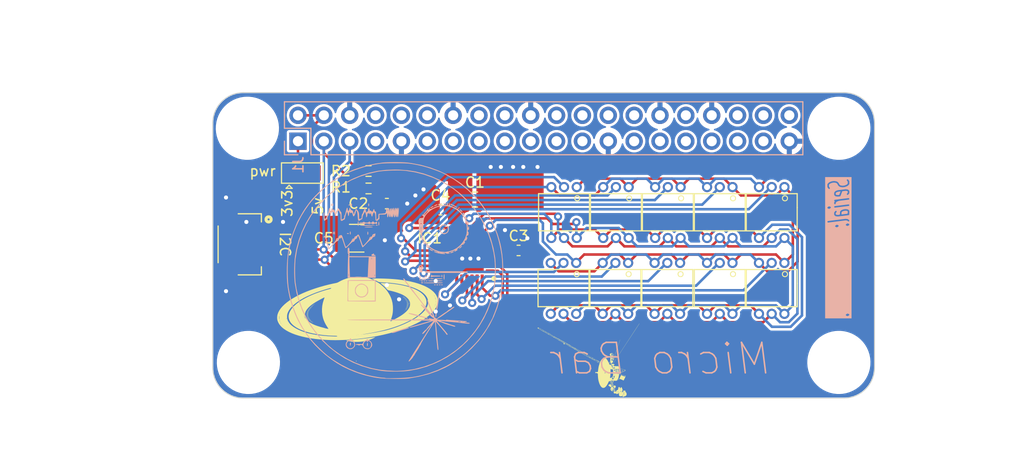
<source format=kicad_pcb>
(kicad_pcb (version 20221018) (generator pcbnew)
  (layers (0 "F.Cu" signal) (31 "B.Cu" signal) (34 "B.Paste" user) (35 "F.Paste" user) (36 "B.SilkS" user "B.Silkscreen") (37 "F.SilkS" user "F.Silkscreen") (38 "B.Mask" user) (39 "F.Mask" user) (44 "Edge.Cuts" user))
  (net 0 "")
  (net 1 "+3V3")
  (net 2 "+5V")
  (net 3 "/GPIO2{slash}SDA1")
  (net 4 "/GPIO3{slash}SCL1")
  (net 5 "GND")
  (net 6 "/GPIO4{slash}GPCLK0")
  (net 7 "/GPIO14{slash}TXD0")
  (net 8 "/GPIO15{slash}RXD0")
  (net 9 "/GPIO17")
  (net 10 "/GPIO18{slash}PCM.CLK")
  (net 11 "/GPIO27")
  (net 12 "/GPIO22")
  (net 13 "/GPIO23")
  (net 14 "/GPIO24")
  (net 15 "/GPIO10{slash}SPI0.MOSI")
  (net 16 "/GPIO9{slash}SPI0.MISO")
  (net 17 "/GPIO25")
  (net 18 "/GPIO11{slash}SPI0.SCLK")
  (net 19 "/GPIO8{slash}SPI0.CE0")
  (net 20 "/GPIO7{slash}SPI0.CE1")
  (net 21 "/ID_SDA")
  (net 22 "/ID_SCL")
  (net 23 "/GPIO5")
  (net 24 "/GPIO6")
  (net 25 "/GPIO12{slash}PWM0")
  (net 26 "/GPIO13{slash}PWM1")
  (net 27 "/GPIO19{slash}PCM.FS")
  (net 28 "/GPIO16")
  (net 29 "/GPIO26")
  (net 30 "/GPIO20{slash}PCM.DIN")
  (net 31 "/GPIO21{slash}PCM.DOUT")
  (net 34 "Net-(IC1-C_FILT)")
  (net 36 "/C1")
  (net 37 "/R1")
  (net 38 "/R2")
  (net 39 "/R3")
  (net 40 "/R4")
  (net 41 "/R5")
  (net 42 "/C2")
  (net 43 "/C3")
  (net 44 "/C4")
  (net 45 "/C5")
  (net 46 "/C10")
  (net 47 "/C9")
  (net 48 "/C8")
  (net 49 "/C7")
  (net 50 "/C6")
  (net 51 "/pwr")
  (footprint "LTP-305G:als317" (layer "F.Cu") (at 156.653 118.1755 -90)
    (fp_text reference "ALS6" hide)
    (fp_text value "~")
  )
  (footprint "Resistor_SMD:R_0603_1608Metric_Pad0.98x0.95mm_HandSolder" (layer "F.Cu") (at 115.8 118.31 180)
    (fp_text reference "R1")
    (fp_text value "10k")
  )
  (footprint "LTP-305G:als317" (layer "F.Cu") (at 136.2 125.6255 -90)
    (fp_text reference "ALS5" hide)
    (fp_text value "~")
  )
  (footprint "LTP-305G:als317" (layer "F.Cu") (at 141.3005 125.6255 -90)
    (fp_text reference "ALS4" hide)
    (fp_text value "~")
  )
  (footprint "Capacitor_SMD:C_0603_1608Metric_Pad1.08x0.95mm_HandSolder" (layer "F.Cu") (at 122.8625 120.4 180)
    (fp_text reference "C4")
    (fp_text value "100nF")
  )
  (footprint "RPi_Hat:RPi_Hat_Mounting_Hole" (layer "F.Cu") (at 162 112.4 180)
    (fp_text reference "" hide)
    (fp_text value "" hide)
  )
  (footprint "LTP-305G:JST_SM04B-SRSS-TB(LF)(SN)" (layer "F.Cu") (at 105.6 123.8 -90)
    (fp_text reference "J2" hide)
    (fp_text value "SM04B-SRSS-TB(LF)(SN)")
  )
  (footprint "RPi_Hat:RPi_Hat_Mounting_Hole" (layer "F.Cu") (at 162 135.4 180)
    (fp_text reference "" hide)
    (fp_text value "" hide)
  )
  (footprint "LTP-305G:als317" (layer "F.Cu") (at 146.4005 125.6255 -90)
    (fp_text reference "ALS3" hide)
    (fp_text value "~")
  )
  (footprint "LTP-305G:als317" (layer "F.Cu") (at 156.6505 125.6255 -90)
    (fp_text reference "ALS1" hide)
    (fp_text value "~")
  )
  (footprint "RPi_Hat:RPi_Hat_Mounting_Hole" (layer "F.Cu") (at 103.9 112.4 180)
    (fp_text reference "" hide)
    (fp_text value "" hide)
  )
  (footprint "Jumper:SolderJumper-3_P1.3mm_Bridged12_Pad1.0x1.5mm" (layer "F.Cu") (at 109.3 116.8)
    (fp_text reference "pwr")
    (fp_text value "Jumper_3_Bridged12")
  )
  (footprint "LOGO" (layer "F.Cu") (at 137.4 135.2 180)
    (fp_text reference "G***" hide)
    (fp_text value "LOGO" hide)
  )
  (footprint "Capacitor_SMD:C_0603_1608Metric_Pad1.08x0.95mm_HandSolder" (layer "F.Cu") (at 117.6 119.8)
    (fp_text reference "C2")
    (fp_text value "100nF")
  )
  (footprint "LTP-305G:QFN50P400X400X80-25N-D" (layer "F.Cu") (at 125.713 125.163 180)
    (fp_text reference "IC1")
    (fp_text value "IS31FL3730-QFLS2-TR" hide)
  )
  (footprint "Capacitor_SMD:C_0805_2012Metric" (layer "F.Cu") (at 126.25 119.4)
    (fp_text reference "C1")
    (fp_text value "10uF")
  )
  (footprint "Capacitor_SMD:C_0603_1608Metric_Pad1.08x0.95mm_HandSolder" (layer "F.Cu") (at 130.5375 124.4)
    (fp_text reference "C3")
    (fp_text value "100nF")
  )
  (footprint "LTP-305G:als317" (layer "F.Cu") (at 141.35175 118.1755 -90)
    (fp_text reference "ALS9" hide)
    (fp_text value "~")
  )
  (footprint "LOGO" (layer "F.Cu") (at 115.4 129.8)
    (fp_text reference "G***" hide)
    (fp_text value "LOGO" hide)
  )
  (footprint "Resistor_SMD:R_0603_1608Metric_Pad0.98x0.95mm_HandSolder" (layer "F.Cu") (at 115.8 116.6 180)
    (fp_text reference "R2")
    (fp_text value "10K")
  )
  (footprint "LTP-305G:als317" (layer "F.Cu") (at 146.453 118.1755 -90)
    (fp_text reference "ALS8" hide)
    (fp_text value "~")
  )
  (footprint "LTP-305G:als317" (layer "F.Cu") (at 151.5505 125.6255 -90)
    (fp_text reference "ALS2" hide)
    (fp_text value "~")
  )
  (footprint "LTP-305G:als317" (layer "F.Cu") (at 151.553 118.1755 -90)
    (fp_text reference "ALS7" hide)
    (fp_text value "~")
  )
  (footprint "RPi_Hat:RPi_Hat_Mounting_Hole" (layer "F.Cu") (at 104 135.4 180)
    (fp_text reference "" hide)
    (fp_text value "" hide)
  )
  (footprint "LTP-305G:als317" (layer "F.Cu") (at 136.25175 118.1755 -90)
    (fp_text reference "ALS10" hide)
    (fp_text value "~")
  )
  (footprint "Capacitor_SMD:C_1210_3225Metric_Pad1.33x2.70mm_HandSolder" (layer "F.Cu") (at 114.6375 123.2)
    (fp_text reference "C5")
    (fp_text value "1uF")
  )
  (footprint "Connector_PinSocket_2.54mm:PinSocket_2x20_P2.54mm_Vertical" (layer "B.Cu") (at 108.87 113.67 -90)
    (fp_text reference "J1")
    (fp_text value "GPIO")
  )
  (footprint "LOGO" (layer "B.Cu") (at 118.4 126.4 180)
    (fp_text reference "G***" hide)
    (fp_text value "LOGO" hide)
  )
  (gr_arc (start 162.5 108.9) (mid 164.62132 109.77868) (end 165.5 111.9) (stroke (width 0.1)) (layer "Edge.Cuts"))
  (gr_line (start 162.5 108.9) (end 103.5 108.9) (stroke (width 0.1)) (layer "Edge.Cuts"))
  (gr_arc (start 165.5 135.9) (mid 164.62132 138.02132) (end 162.5 138.9) (stroke (width 0.1)) (layer "Edge.Cuts"))
  (gr_line (start 165.5 135.9) (end 165.5 111.9) (stroke (width 0.1)) (layer "Edge.Cuts"))
  (gr_arc (start 100.5 111.9) (mid 101.37868 109.77868) (end 103.5 108.9) (stroke (width 0.1)) (layer "Edge.Cuts"))
  (gr_line (start 103.5 138.9) (end 162.5 138.9) (stroke (width 0.1)) (layer "Edge.Cuts"))
  (gr_arc (start 103.5 138.9) (mid 101.37868 138.02132) (end 100.5 135.9) (stroke (width 0.1)) (layer "Edge.Cuts"))
  (gr_line (start 100.5 111.9) (end 100.5 135.9) (stroke (width 0.1)) (layer "Edge.Cuts"))
  (gr_text locked "Micro Bar\n" (at 155.6 136.8) (layer "B.SilkS") (effects (font (size 3 3) (thickness 0.15) italic) (justify left bottom mirror)))
  (gr_text locked "Serial:           ." (at 163.2 117.2 90) (layer "B.SilkS" knockout) (effects (font (size 2 1) (thickness 0.15) italic) (justify left bottom mirror)))
  (gr_text "3v3\n" (at 108.4 121.2 90) (layer "F.SilkS") (effects (font (size 1 1)) (justify left bottom)))
  (gr_text "5v" (at 111.4 121 90) (layer "F.SilkS") (effects (font (size 1 1)) (justify left bottom)))
  (segment (start 108.87 113.67) (end 108.87 114.93) (width 0.25) (layer "F.Cu") (net 1))
  (segment (start 128.73 113.67) (end 129.19 113.67) (width 0.25) (layer "F.Cu") (net 1))
  (segment (start 108.87 114.93) (end 108 115.8) (width 0.25) (layer "F.Cu") (net 1))
  (segment (start 108 115.8) (end 108 116.8) (width 0.25) (layer "F.Cu") (net 1))
  (segment (start 108.87 111.13) (end 111.41 111.13) (width 0.25) (layer "F.Cu") (net 2))
  (segment (start 111.41 111.13) (end 110.235 112.305) (width 0.25) (layer "F.Cu") (net 2))
  (segment (start 110.235 115.435) (end 110.6 115.8) (width 0.25) (layer "F.Cu") (net 2))
  (segment (start 110.6 115.8) (end 110.6 116.4) (width 0.25) (layer "F.Cu") (net 2))
  (segment (start 110.235 112.305) (end 110.235 115.435) (width 0.25) (layer "F.Cu") (net 2))
  (segment (start 111.41 114.8325) (end 114.8875 118.31) (width 0.25) (layer "F.Cu") (net 3))
  (segment (start 128.977822 130.385782) (end 128.163604 131.2) (width 0.25) (layer "F.Cu") (net 3))
  (segment (start 127.713 126.413) (end 128.513 126.413) (width 0.25) (layer "F.Cu") (net 3))
  (segment (start 111.5 124.3) (end 105.6 124.3) (width 0.25) (layer "F.Cu") (net 3))
  (segment (start 111.41 113.67) (end 111.41 114.8325) (width 0.25) (layer "F.Cu") (net 3))
  (segment (start 128.163604 131.2) (end 118.4 131.2) (width 0.25) (layer "F.Cu") (net 3))
  (segment (start 128.977822 126.877822) (end 128.977822 130.385782) (width 0.25) (layer "F.Cu") (net 3))
  (segment (start 118.4 131.2) (end 111.5 124.3) (width 0.25) (layer "F.Cu") (net 3))
  (segment (start 128.513 126.413) (end 128.977822 126.877822) (width 0.25) (layer "F.Cu") (net 3))
  (via (at 111.392058 124.317383) (size 0.8) (drill 0.4) (layers "F.Cu" "B.Cu") (net 3))
  (segment (start 111.41 117.99) (end 111.41 113.67) (width 0.25) (layer "B.Cu") (net 3))
  (segment (start 111.4 118) (end 111.41 117.99) (width 0.25) (layer "B.Cu") (net 3))
  (segment (start 111.4 118) (end 111.392058 118.007942) (width 0.25) (layer "B.Cu") (net 3))
  (segment (start 111.392058 118.007942) (end 111.392058 124.317383) (width 0.25) (layer "B.Cu") (net 3))
  (segment (start 117.813604 131.65) (end 111.463604 125.3) (width 0.25) (layer "F.Cu") (net 4))
  (segment (start 104.938604 125.3) (end 105.6 125.3) (width 0.25) (layer "F.Cu") (net 4))
  (segment (start 128.35 131.65) (end 117.813604 131.65) (width 0.25) (layer "F.Cu") (net 4))
  (segment (start 111.463604 125.3) (end 105.6 125.3) (width 0.25) (layer "F.Cu") (net 4))
  (segment (start 127.713 125.913) (end 128.649396 125.913) (width 0.25) (layer "F.Cu") (net 4))
  (segment (start 114.8875 116.6) (end 113.95 115.6625) (width 0.25) (layer "F.Cu") (net 4))
  (segment (start 128.649396 125.913) (end 129.427822 126.691426) (width 0.25) (layer "F.Cu") (net 4))
  (segment (start 129.427822 130.572178) (end 128.35 131.65) (width 0.25) (layer "F.Cu") (net 4))
  (segment (start 113.95 115.6625) (end 113.95 113.67) (width 0.25) (layer "F.Cu") (net 4))
  (segment (start 129.427822 126.691426) (end 129.427822 130.572178) (width 0.25) (layer "F.Cu") (net 4))
  (via (at 111.487701 125.312299) (size 0.8) (drill 0.4) (layers "F.Cu" "B.Cu") (net 4))
  (segment (start 112.4 117.2) (end 112.4 124.4) (width 0.25) (layer "B.Cu") (net 4))
  (segment (start 112.4 117.2) (end 113.95 115.65) (width 0.25) (layer "B.Cu") (net 4))
  (segment (start 113.95 115.65) (end 113.95 113.67) (width 0.25) (layer "B.Cu") (net 4))
  (segment (start 112.4 124.4) (end 111.487701 125.312299) (width 0.25) (layer "B.Cu") (net 4))
  (segment (start 129.2 122.4) (end 129.2 123.2) (width 0.25) (layer "F.Cu") (net 5))
  (segment (start 101.725 128.325) (end 101.8 128.4) (width 0.25) (layer "F.Cu") (net 5))
  (segment (start 101.725 119.275) (end 101.8 119.2) (width 0.25) (layer "F.Cu") (net 5))
  (segment (start 123.713 129.587695) (end 123.8 129.8) (width 0.25) (layer "F.Cu") (net 5))
  (segment (start 124.963 128.337695) (end 123.713 129.587695) (width 0.25) (layer "F.Cu") (net 5))
  (segment (start 129.2 123.2) (end 128.487 123.913) (width 0.25) (layer "F.Cu") (net 5))
  (segment (start 123.8 129.8) (end 123.713 129.713) (width 0.25) (layer "F.Cu") (net 5))
  (segment (start 124.963 127.163) (end 124.963 128.337695) (width 0.25) (layer "F.Cu") (net 5))
  (segment (start 131.4 124.4) (end 131.4 123.2) (width 0.25) (layer "F.Cu") (net 5))
  (segment (start 128.487 123.913) (end 127.713 123.913) (width 0.25) (layer "F.Cu") (net 5))
  (via (at 117.6 127.8) (size 0.8) (drill 0.4) (layers "F.Cu" "B.Cu") (net 5))
  (via (at 120.4 119) (size 0.8) (drill 0.4) (layers "F.Cu" "B.Cu") (net 5))
  (via (at 103.8 121.6) (size 0.8) (drill 0.4) (layers "F.Cu" "B.Cu") (net 5))
  (via (at 117.4 123.4) (size 0.8) (drill 0.4) (layers "F.Cu" "B.Cu") (net 5))
  (via (at 127.8 116.2) (size 0.8) (drill 0.4) (layers "F.Cu" "B.Cu") (net 5))
  (via (at 107.4 121.6) (size 0.8) (drill 0.4) (layers "F.Cu" "B.Cu") (net 5))
  (via (at 128.8 116.2) (size 0.8) (drill 0.4) (layers "F.Cu" "B.Cu") (net 5))
  (via (at 101.8 119.2) (size 0.8) (drill 0.4) (layers "F.Cu" "B.Cu") (net 5))
  (via (at 122.4 130.4) (size 0.8) (drill 0.4) (layers "F.Cu" "B.Cu") (net 5))
  (via (at 132.4 116.2) (size 0.8) (drill 0.4) (layers "F.Cu" "B.Cu") (net 5))
  (via (at 125 125.2) (size 0.8) (drill 0.4) (layers "F.Cu" "B.Cu") (net 5))
  (via (at 130 116.2) (size 0.8) (drill 0.4) (layers "F.Cu" "B.Cu") (net 5))
  (via (at 118.8 129.2) (size 0.8) (drill 0.4) (layers "F.Cu" "B.Cu") (net 5))
  (via (at 119.6 119.8) (size 0.8) (drill 0.4) (layers "F.Cu" "B.Cu") (net 5))
  (via (at 121.2 118.4) (size 0.8) (drill 0.4) (layers "F.Cu" "B.Cu") (net 5))
  (via (at 126.6 125.2) (size 0.8) (drill 0.4) (layers "F.Cu" "B.Cu") (net 5))
  (via (at 131.4 123.2) (size 0.8) (drill 0.4) (layers "F.Cu" "B.Cu") (net 5))
  (via (at 123.8 129.8) (size 0.8) (drill 0.4) (layers "F.Cu" "B.Cu") (net 5))
  (via (at 125.8 125.2) (size 0.8) (drill 0.4) (layers "F.Cu" "B.Cu") (net 5))
  (via (at 131 116.2) (size 0.8) (drill 0.4) (layers "F.Cu" "B.Cu") (net 5))
  (via (at 101.8 128.4) (size 0.8) (drill 0.4) (layers "F.Cu" "B.Cu") (net 5))
  (via (at 122.4 127.4) (size 0.8) (drill 0.4) (layers "F.Cu" "B.Cu") (net 5))
  (via (at 129.2 122.4) (size 0.8) (drill 0.4) (layers "F.Cu" "B.Cu") (net 5))
  (segment (start 127.713 124.413) (end 129.662 124.413) (width 0.25) (layer "F.Cu") (net 34))
  (segment (start 129.662 124.413) (end 129.675 124.4) (width 0.25) (layer "F.Cu") (net 34))
  (segment (start 126.963 128.063) (end 127.752822 128.852822) (width 0.25) (layer "F.Cu") (net 36))
  (segment (start 126.963 127.163) (end 126.963 128.063) (width 0.25) (layer "F.Cu") (net 36))
  (segment (start 127.752822 128.852822) (end 128.252822 128.852822) (width 0.25) (layer "F.Cu") (net 36))
  (via (at 128.252822 128.852822) (size 0.8) (drill 0.4) (layers "F.Cu" "B.Cu") (net 36))
  (segment (start 155.4005 125.6255) (end 155.317227 125.6255) (width 0.25) (layer "B.Cu") (net 36))
  (segment (start 155.317227 125.6255) (end 152.629727 128.313) (width 0.25) (layer "B.Cu") (net 36))
  (segment (start 128.792644 128.313) (end 128.252822 128.852822) (width 0.25) (layer "B.Cu") (net 36))
  (segment (start 152.629727 128.313) (end 128.792644 128.313) (width 0.25) (layer "B.Cu") (net 36))
  (segment (start 137.07675 117.3505) (end 136.25175 118.1755) (width 0.25) (layer "F.Cu") (net 37))
  (segment (start 145.628 117.3505) (end 142.17675 117.3505) (width 0.25) (layer "F.Cu") (net 37))
  (segment (start 136.97675 124.8005) (end 136.15175 125.6255) (width 0.25) (layer "F.Cu") (net 37))
  (segment (start 156.6505 125.6255) (end 155.8255 124.8005) (width 0.25) (layer "F.Cu") (net 37))
  (segment (start 157.478 119.0005) (end 157.478 124.798) (width 0.25) (layer "F.Cu") (net 37))
  (segment (start 142.1255 124.8005) (end 141.3005 125.6255) (width 0.25) (layer "F.Cu") (net 37))
  (segment (start 150.7255 124.8005) (end 147.2255 124.8005) (width 0.25) (layer "F.Cu") (net 37))
  (segment (start 152.378 119.0005) (end 151.553 118.1755) (width 0.25) (layer "F.Cu") (net 37))
  (segment (start 152.3755 124.8005) (end 151.5505 125.6255) (width 0.25) (layer "F.Cu") (net 37))
  (segment (start 140.52675 117.3505) (end 137.07675 117.3505) (width 0.25) (layer "F.Cu") (net 37))
  (segment (start 156.653 118.1755) (end 155.828 119.0005) (width 0.25) (layer "F.Cu") (net 37))
  (segment (start 151.5505 125.6255) (end 150.7255 124.8005) (width 0.25) (layer "F.Cu") (net 37))
  (segment (start 146.4005 125.6255) (end 145.5755 124.8005) (width 0.25) (layer "F.Cu") (net 37))
  (segment (start 140.4755 124.8005) (end 136.97675 124.8005) (width 0.25) (layer "F.Cu") (net 37))
  (segment (start 147.2255 124.8005) (end 146.4005 125.6255) (width 0.25) (layer "F.Cu") (net 37))
  (segment (start 146.453 118.1755) (end 145.628 117.3505) (width 0.25) (layer "F.Cu") (net 37))
  (segment (start 151.553 118.1755) (end 150.728 117.3505) (width 0.25) (layer "F.Cu") (net 37))
  (segment (start 145.5755 124.8005) (end 142.1255 124.8005) (width 0.25) (layer "F.Cu") (net 37))
  (segment (start 155.828 119.0005) (end 152.378 119.0005) (width 0.25) (layer "F.Cu") (net 37))
  (segment (start 141.35175 118.1755) (end 140.52675 117.3505) (width 0.25) (layer "F.Cu") (net 37))
  (segment (start 141.3005 125.6255) (end 140.4755 124.8005) (width 0.25) (layer "F.Cu") (net 37))
  (segment (start 127.720102 121.9745) (end 126.963 122.731602) (width 0.25) (layer "F.Cu") (net 37))
  (segment (start 147.278 117.3505) (end 146.453 118.1755) (width 0.25) (layer "F.Cu") (net 37))
  (segment (start 126.963 122.731602) (end 126.963 123.163) (width 0.25) (layer "F.Cu") (net 37))
  (segment (start 142.17675 117.3505) (end 141.35175 118.1755) (width 0.25) (layer "F.Cu") (net 37))
  (segment (start 150.728 117.3505) (end 147.278 117.3505) (width 0.25) (layer "F.Cu") (net 37))
  (segment (start 155.8255 124.8005) (end 152.3755 124.8005) (width 0.25) (layer "F.Cu") (net 37))
  (segment (start 157.478 124.798) (end 156.6505 125.6255) (width 0.25) (layer "F.Cu") (net 37))
  (segment (start 156.653 118.1755) (end 157.478 119.0005) (width 0.25) (layer "F.Cu") (net 37))
  (via (at 127.720102 121.9745) (size 0.8) (drill 0.4) (layers "F.Cu" "B.Cu") (net 37))
  (segment (start 135.32675 124.8005) (end 134.210023 124.8005) (width 0.25) (layer "B.Cu") (net 37))
  (segment (start 132.6 121.4) (end 128.294602 121.4) (width 0.25) (layer "B.Cu") (net 37))
  (segment (start 132.92675 121.72675) (end 132.6 121.4) (width 0.25) (layer "B.Cu") (net 37))
  (segment (start 128.294602 121.4) (end 127.720102 121.9745) (width 0.25) (layer "B.Cu") (net 37))
  (segment (start 136.15175 125.6255) (end 135.32675 124.8005) (width 0.25) (layer "B.Cu") (net 37))
  (segment (start 134.210023 124.8005) (end 132.92675 123.517227) (width 0.25) (layer "B.Cu") (net 37))
  (segment (start 132.92675 123.517227) (end 132.92675 121.72675) (width 0.25) (layer "B.Cu") (net 37))
  (segment (start 133.9 121.8) (end 136.039 121.8) (width 0.25) (layer "F.Cu") (net 38))
  (segment (start 136.039 121.8) (end 136.213 121.626) (width 0.25) (layer "F.Cu") (net 38))
  (segment (start 127.339604 121.25) (end 133.35 121.25) (width 0.25) (layer "F.Cu") (net 38))
  (segment (start 126.463 123.163) (end 126.463 122.126604) (width 0.25) (layer "F.Cu") (net 38))
  (segment (start 126.463 122.126604) (end 127.339604 121.25) (width 0.25) (layer "F.Cu") (net 38))
  (segment (start 133.35 121.25) (end 133.9 121.8) (width 0.25) (layer "F.Cu") (net 38))
  (via (at 136.213 121.626) (size 0.8) (drill 0.4) (layers "F.Cu" "B.Cu") (net 38))
  (segment (start 147.278 124.0005) (end 150.728 124.0005) (width 0.25) (layer "B.Cu") (net 38))
  (segment (start 142.1255 129.8005) (end 141.3005 130.6255) (width 0.25) (layer "B.Cu") (net 38))
  (segment (start 156.6505 130.6255) (end 157.4755 129.8005) (width 0.25) (layer "B.Cu") (net 38))
  (segment (start 151.5505 130.6255) (end 150.7255 129.8005) (width 0.25) (layer "B.Cu") (net 38))
  (segment (start 136.97675 129.8005) (end 136.15175 130.6255) (width 0.25) (layer "B.Cu") (net 38))
  (segment (start 145.628 124.0005) (end 146.453 123.1755) (width 0.25) (layer "B.Cu") (net 38))
  (segment (start 151.553 123.1755) (end 152.378 124.0005) (width 0.25) (layer "B.Cu") (net 38))
  (segment (start 150.7255 129.8005) (end 147.2255 129.8005) (width 0.25) (layer "B.Cu") (net 38))
  (segment (start 146.453 123.1755) (end 147.278 124.0005) (width 0.25) (layer "B.Cu") (net 38))
  (segment (start 155.8255 129.8005) (end 152.3755 129.8005) (width 0.25) (layer "B.Cu") (net 38))
  (segment (start 157.4755 129.8005) (end 157.4755 123.998) (width 0.25) (layer "B.Cu") (net 38))
  (segment (start 156.6505 130.6255) (end 155.8255 129.8005) (width 0.25) (layer "B.Cu") (net 38))
  (segment (start 137.22725 122.2) (end 140.37625 122.2) (width 0.25) (layer "B.Cu") (net 38))
  (segment (start 145.5755 129.8005) (end 142.1255 129.8005) (width 0.25) (layer "B.Cu") (net 38))
  (segment (start 152.378 124.0005) (end 155.828 124.0005) (width 0.25) (layer "B.Cu") (net 38))
  (segment (start 136.25175 123.1755) (end 137.22725 122.2) (width 0.25) (layer "B.Cu") (net 38))
  (segment (start 140.4755 129.8005) (end 136.97675 129.8005) (width 0.25) (layer "B.Cu") (net 38))
  (segment (start 157.4755 123.998) (end 156.653 123.1755) (width 0.25) (layer "B.Cu") (net 38))
  (segment (start 146.4005 130.6255) (end 145.5755 129.8005) (width 0.25) (layer "B.Cu") (net 38))
  (segment (start 152.3755 129.8005) (end 151.5505 130.6255) (width 0.25) (layer "B.Cu") (net 38))
  (segment (start 150.728 124.0005) (end 151.553 123.1755) (width 0.25) (layer "B.Cu") (net 38))
  (segment (start 142.17675 124.0005) (end 145.628 124.0005) (width 0.25) (layer "B.Cu") (net 38))
  (segment (start 136.213 121.626) (end 136.213 123.13675) (width 0.25) (layer "B.Cu") (net 38))
  (segment (start 155.828 124.0005) (end 156.653 123.1755) (width 0.25) (layer "B.Cu") (net 38))
  (segment (start 141.35175 123.1755) (end 142.17675 124.0005) (width 0.25) (layer "B.Cu") (net 38))
  (segment (start 140.37625 122.2) (end 141.35175 123.1755) (width 0.25) (layer "B.Cu") (net 38))
  (segment (start 147.2255 129.8005) (end 146.4005 130.6255) (width 0.25) (layer "B.Cu") (net 38))
  (segment (start 136.213 123.13675) (end 136.25175 123.1755) (width 0.25) (layer "B.Cu") (net 38))
  (segment (start 141.3005 130.6255) (end 140.4755 129.8005) (width 0.25) (layer "B.Cu") (net 38))
  (segment (start 125.963 123.163) (end 125.963 121.990208) (width 0.25) (layer "F.Cu") (net 39))
  (segment (start 151.1255 131.4505) (end 154.5755 131.4505) (width 0.25) (layer "F.Cu") (net 39))
  (segment (start 150.3005 130.6255) (end 149.4755 131.4505) (width 0.25) (layer "F.Cu") (net 39))
  (segment (start 155.403 123.1755) (end 154.578 124.0005) (width 0.25) (layer "F.Cu") (net 39))
  (segment (start 140.10175 123.1755) (end 139.27675 124.0005) (width 0.25) (layer "F.Cu") (net 39))
  (segment (start 146.028 124.0005) (end 145.203 123.1755) (width 0.25) (layer "F.Cu") (net 39))
  (segment (start 127.153208 120.8) (end 134.138 120.8) (width 0.25) (layer "F.Cu") (net 39))
  (segment (start 140.0505 130.6255) (end 139.2255 131.4505) (width 0.25) (layer "F.Cu") (net 39))
  (segment (start 135.72675 131.4505) (end 134.90175 130.6255) (width 0.25) (layer "F.Cu") (net 39))
  (segment (start 154.5755 131.4505) (end 155.4005 130.6255) (width 0.25) (layer "F.Cu") (net 39))
  (segment (start 149.4755 131.4505) (end 145.9755 131.4505) (width 0.25) (layer "F.Cu") (net 39))
  (segment (start 144.378 124.0005) (end 140.92675 124.0005) (width 0.25) (layer "F.Cu") (net 39))
  (segment (start 139.27675 124.0005) (end 135.82675 124.0005) (width 0.25) (layer "F.Cu") (net 39))
  (segment (start 154.578 124.0005) (end 151.128 124.0005) (width 0.25) (layer "F.Cu") (net 39))
  (segment (start 145.1505 130.6255) (end 144.3255 131.4505) (width 0.25) (layer "F.Cu") (net 39))
  (segment (start 149.478 124.0005) (end 146.028 124.0005) (width 0.25) (layer "F.Cu") (net 39))
  (segment (start 134.138 120.8) (end 134.413 121.075) (width 0.25) (layer "F.Cu") (net 39))
  (segment (start 145.9755 131.4505) (end 145.1505 130.6255) (width 0.25) (layer "F.Cu") (net 39))
  (segment (start 151.128 124.0005) (end 150.303 123.1755) (width 0.25) (layer "F.Cu") (net 39))
  (segment (start 140.8755 131.4505) (end 140.0505 130.6255) (width 0.25) (layer "F.Cu") (net 39))
  (segment (start 139.2255 131.4505) (end 135.72675 131.4505) (width 0.25) (layer "F.Cu") (net 39))
  (segment (start 144.3255 131.4505) (end 140.8755 131.4505) (width 0.25) (layer "F.Cu") (net 39))
  (segment (start 125.963 121.990208) (end 127.153208 120.8) (width 0.25) (layer "F.Cu") (net 39))
  (segment (start 135.82675 124.0005) (end 135.00175 123.1755) (width 0.25) (layer "F.Cu") (net 39))
  (segment (start 150.3005 130.6255) (end 151.1255 131.4505) (width 0.25) (layer "F.Cu") (net 39))
  (segment (start 145.203 123.1755) (end 144.378 124.0005) (width 0.25) (layer "F.Cu") (net 39))
  (segment (start 140.92675 124.0005) (end 140.10175 123.1755) (width 0.25) (layer "F.Cu") (net 39))
  (segment (start 150.303 123.1755) (end 149.478 124.0005) (width 0.25) (layer "F.Cu") (net 39))
  (via (at 134.413 121.075) (size 0.8) (drill 0.4) (layers "F.Cu" "B.Cu") (net 39))
  (segment (start 134.413 122.58675) (end 135.00175 123.1755) (width 0.25) (layer "B.Cu") (net 39))
  (segment (start 157.0755 131.4505) (end 157.9255 130.6005) (width 0.25) (layer "B.Cu") (net 39))
  (segment (start 157.9255 123.281273) (end 156.994727 122.3505) (width 0.25) (layer "B.Cu") (net 39))
  (segment (start 156.994727 122.3505) (end 156.228 122.3505) (width 0.25) (layer "B.Cu") (net 39))
  (segment (start 134.413 121.075) (end 134.413 122.58675) (width 0.25) (layer "B.Cu") (net 39))
  (segment (start 157.9255 130.6005) (end 157.9255 123.281273) (width 0.25) (layer "B.Cu") (net 39))
  (segment (start 155.4005 130.6255) (end 156.2255 131.4505) (width 0.25) (layer "B.Cu") (net 39))
  (segment (start 156.228 122.3505) (end 155.403 123.1755) (width 0.25) (layer "B.Cu") (net 39))
  (segment (start 156.2255 131.4505) (end 157.0755 131.4505) (width 0.25) (layer "B.Cu") (net 39))
  (segment (start 153.3255 129.8005) (end 149.8755 129.8005) (width 0.25) (layer "F.Cu") (net 40))
  (segment (start 143.128 122.3505) (end 139.67675 122.3505) (width 0.25) (layer "F.Cu") (net 40))
  (segment (start 138.85175 123.1755) (end 138.02675 122.3505) (width 0.25) (layer "F.Cu") (net 40))
  (segment (start 154.1505 130.6255) (end 153.3255 129.8005) (width 0.25) (layer "F.Cu") (net 40))
  (segment (start 144.778 122.3505) (end 143.953 123.1755) (width 0.25) (layer "F.Cu") (net 40))
  (segment (start 149.878 122.3505) (end 149.053 123.1755) (width 0.25) (layer "F.Cu") (net 40))
  (segment (start 138.02675 122.3505) (end 134.57675 122.3505) (width 0.25) (layer "F.Cu") (net 40))
  (segment (start 144.7255 129.8005) (end 143.9005 130.6255) (width 0.25) (layer "F.Cu") (net 40))
  (segment (start 134.57675 122.3505) (end 133.75175 123.1755) (width 0.25) (layer "F.Cu") (net 40))
  (segment (start 143.953 123.1755) (end 143.128 122.3505) (width 0.25) (layer "F.Cu") (net 40))
  (segment (start 153.328 122.3505) (end 149.878 122.3505) (width 0.25) (layer "F.Cu") (net 40))
  (segment (start 149.8755 129.8005) (end 149.0505 130.6255) (width 0.25) (layer "F.Cu") (net 40))
  (segment (start 134.47675 129.8005) (end 133.65175 130.6255) (width 0.25) (layer "F.Cu") (net 40))
  (segment (start 149.0505 130.6255) (end 148.2255 129.8005) (width 0.25) (layer "F.Cu") (net 40))
  (segment (start 137.9755 129.8005) (end 134.47675 129.8005) (width 0.25) (layer "F.Cu") (net 40))
  (segment (start 148.2255 129.8005) (end 144.7255 129.8005) (width 0.25) (layer "F.Cu") (net 40))
  (segment (start 125.463 121.46561) (end 125.463 123.163) (width 0.25) (layer "F.Cu") (net 40))
  (segment (start 138.8005 130.6255) (end 137.9755 129.8005) (width 0.25) (layer "F.Cu") (net 40))
  (segment (start 139.67675 122.3505) (end 138.85175 123.1755) (width 0.25) (layer "F.Cu") (net 40))
  (segment (start 143.9005 130.6255) (end 143.0755 129.8005) (width 0.25) (layer "F.Cu") (net 40))
  (segment (start 149.053 123.1755) (end 148.228 122.3505) (width 0.25) (layer "F.Cu") (net 40))
  (segment (start 154.153 123.1755) (end 153.328 122.3505) (width 0.25) (layer "F.Cu") (net 40))
  (segment (start 125.691326 121.237284) (end 125.463 121.46561) (width 0.25) (layer "F.Cu") (net 40))
  (segment (start 139.6255 129.8005) (end 138.8005 130.6255) (width 0.25) (layer "F.Cu") (net 40))
  (segment (start 143.0755 129.8005) (end 139.6255 129.8005) (width 0.25) (layer "F.Cu") (net 40))
  (segment (start 148.228 122.3505) (end 144.778 122.3505) (width 0.25) (layer "F.Cu") (net 40))
  (via (at 125.691326 121.237284) (size 0.8) (drill 0.4) (layers "F.Cu" "B.Cu") (net 40))
  (segment (start 126.12811 120.8005) (end 133.063 120.8005) (width 0.25) (layer "B.Cu") (net 40))
  (segment (start 154.1505 130.6255) (end 155.4255 131.9005) (width 0.25) (layer "B.Cu") (net 40))
  (segment (start 133.063 120.8005) (end 133.75175 121.48925) (width 0.25) (layer "B.Cu") (net 40))
  (segment (start 155.453 121.8755) (end 154.153 123.1755) (width 0.25) (layer "B.Cu") (net 40))
  (segment (start 157.156123 121.8755) (end 155.453 121.8755) (width 0.25) (layer "B.Cu") (net 40))
  (segment (start 158.3755 130.786896) (end 158.3755 123.094877) (width 0.25) (layer "B.Cu") (net 40))
  (segment (start 158.3755 123.094877) (end 157.156123 121.8755) (width 0.25) (layer "B.Cu") (net 40))
  (segment (start 125.691326 121.237284) (end 126.12811 120.8005) (width 0.25) (layer "B.Cu") (net 40))
  (segment (start 155.4255 131.9005) (end 157.261896 131.9005) (width 0.25) (layer "B.Cu") (net 40))
  (segment (start 133.75175 121.48925) (end 133.75175 123.1755) (width 0.25) (layer "B.Cu") (net 40))
  (segment (start 157.261896 131.9005) (end 158.3755 130.786896) (width 0.25) (layer "B.Cu") (net 40))
  (segment (start 124.463 122.713) (end 124.463 123.163) (width 0.25) (layer "F.Cu") (net 41))
  (segment (start 157 117.2) (end 155.1285 117.2) (width 0.25) (layer "F.Cu") (net 41))
  (segment (start 154.9755 126.4505) (end 156.992227 126.4505) (width 0.25) (layer "F.Cu") (net 41))
  (segment (start 156.992227 126.4505) (end 157.9505 125.492227) (width 0.25) (layer "F.Cu") (net 41))
  (segment (start 123.95 122.2) (end 124.463 122.713) (width 0.25) (layer "F.Cu") (net 41))
  (segment (start 138.02675 119.0005) (end 138.85175 118.1755) (width 0.25) (layer "F.Cu") (net 41))
  (segment (start 157.9505 125.492227) (end 157.9505 118.1505) (width 0.25) (layer "F.Cu") (net 41))
  (segment (start 133.75175 118.1755) (end 134.57675 119.0005) (width 0.25) (layer "F.Cu") (net 41))
  (segment (start 154.1505 125.6255) (end 154.9755 126.4505) (width 0.25) (layer "F.Cu") (net 41))
  (segment (start 155.1285 117.2) (end 154.153 118.1755) (width 0.25) (layer "F.Cu") (net 41))
  (segment (start 119.8 122.2) (end 123.95 122.2) (width 0.25) (layer "F.Cu") (net 41))
  (segment (start 157.9505 118.1505) (end 157 117.2) (width 0.25) (layer "F.Cu") (net 41))
  (segment (start 137.9755 126.4505) (end 138.8005 125.6255) (width 0.25) (layer "F.Cu") (net 41))
  (segment (start 133.65175 125.6255) (end 134.47675 126.4505) (width 0.25) (layer "F.Cu") (net 41))
  (segment (start 134.57675 119.0005) (end 138.02675 119.0005) (width 0.25) (layer "F.Cu") (net 41))
  (segment (start 134.47675 126.4505) (end 137.9755 126.4505) (width 0.25) (layer "F.Cu") (net 41))
  (via (at 119.8 122.2) (size 0.8) (drill 0.4) (layers "F.Cu" "B.Cu") (net 41))
  (segment (start 154.1505 125.6255) (end 153.3255 124.8005) (width 0.25) (layer "B.Cu") (net 41))
  (segment (start 154.153 118.1755) (end 153.328 117.3505) (width 0.25) (layer "B.Cu") (net 41))
  (segment (start 144.7255 124.8005) (end 143.9005 125.6255) (width 0.25) (layer "B.Cu") (net 41))
  (segment (start 139.6255 124.8005) (end 138.8005 125.6255) (width 0.25) (layer "B.Cu") (net 41))
  (segment (start 139.67675 117.3505) (end 138.85175 118.1755) (width 0.25) (layer "B.Cu") (net 41))
  (segment (start 143.953 118.1755) (end 143.128 117.3505) (width 0.25) (layer "B.Cu") (net 41))
  (segment (start 153.3255 124.8005) (end 149.8755 124.8005) (width 0.25) (layer "B.Cu") (net 41))
  (segment (start 153.328 117.3505) (end 149.878 117.3505) (width 0.25) (layer "B.Cu") (net 41))
  (segment (start 148.228 117.3505) (end 144.778 117.3505) (width 0.25) (layer "B.Cu") (net 41))
  (segment (start 143.0755 124.8005) (end 139.6255 124.8005) (width 0.25) (layer "B.Cu") (net 41))
  (segment (start 143.128 117.3505) (end 139.67675 117.3505) (width 0.25) (layer "B.Cu") (net 41))
  (segment (start 123.649098 118.1755) (end 133.75175 118.1755) (width 0.25) (layer "B.Cu") (net 41))
  (segment (start 148.2255 124.8005) (end 144.7255 124.8005) (width 0.25) (layer "B.Cu") (net 41))
  (segment (start 149.0505 125.6255) (end 148.2255 124.8005) (width 0.25) (layer "B.Cu") (net 41))
  (segment (start 149.878 117.3505) (end 149.053 118.1755) (width 0.25) (layer "B.Cu") (net 41))
  (segment (start 149.053 118.1755) (end 148.228 117.3505) (width 0.25) (layer "B.Cu") (net 41))
  (segment (start 149.8755 124.8005) (end 149.0505 125.6255) (width 0.25) (layer "B.Cu") (net 41))
  (segment (start 119.8 122.024598) (end 123.649098 118.1755) (width 0.25) (layer "B.Cu") (net 41))
  (segment (start 154.1505 118.173) (end 154.153 118.1755) (width 0.25) (layer "B.Cu") (net 41))
  (segment (start 144.778 117.3505) (end 143.953 118.1755) (width 0.25) (layer "B.Cu") (net 41))
  (segment (start 119.8 122.2) (end 119.8 122.024598) (width 0.25) (layer "B.Cu") (net 41))
  (segment (start 143.9005 125.6255) (end 143.0755 124.8005) (width 0.25) (layer "B.Cu") (net 41))
  (segment (start 126.463 127.163) (end 126.463 128.730692) (width 0.25) (layer "F.Cu") (net 42))
  (segment (start 126.463 128.730692) (end 126.906677 129.174369) (width 0.25) (layer "F.Cu") (net 42))
  (via (at 126.906677 129.174369) (size 0.8) (drill 0.4) (layers "F.Cu" "B.Cu") (net 42))
  (segment (start 126.906677 129.174369) (end 128.218046 127.863) (width 0.25) (layer "B.Cu") (net 42))
  (segment (start 147.979727 127.863) (end 150.217227 125.6255) (width 0.25) (layer "B.Cu") (net 42))
  (segment (start 128.218046 127.863) (end 147.979727 127.863) (width 0.25) (layer "B.Cu") (net 42))
  (segment (start 150.217227 125.6255) (end 150.3005 125.6255) (width 0.25) (layer "B.Cu") (net 42))
  (segment (start 125.963 129.535756) (end 125.963 127.163) (width 0.25) (layer "F.Cu") (net 43))
  (segment (start 125.982659 129.555415) (end 125.963 129.535756) (width 0.25) (layer "F.Cu") (net 43))
  (via (at 125.982659 129.555415) (size 0.8) (drill 0.4) (layers "F.Cu" "B.Cu") (net 43))
  (segment (start 125.982659 128.967341) (end 127.537 127.413) (width 0.25) (layer "B.Cu") (net 43))
  (segment (start 125.982659 129.555415) (end 125.982659 128.967341) (width 0.25) (layer "B.Cu") (net 43))
  (segment (start 127.537 127.413) (end 143.279727 127.413) (width 0.25) (layer "B.Cu") (net 43))
  (segment (start 143.279727 127.413) (end 145.067227 125.6255) (width 0.25) (layer "B.Cu") (net 43))
  (segment (start 145.067227 125.6255) (end 145.1505 125.6255) (width 0.25) (layer "B.Cu") (net 43))
  (segment (start 125.013 129.313) (end 125.463 128.863) (width 0.25) (layer "F.Cu") (net 44))
  (segment (start 125.463 128.863) (end 125.463 127.163) (width 0.25) (layer "F.Cu") (net 44))
  (via (at 125.013 129.313) (size 0.8) (drill 0.4) (layers "F.Cu" "B.Cu") (net 44))
  (segment (start 125.013 129.250604) (end 127.300604 126.963) (width 0.25) (layer "B.Cu") (net 44))
  (segment (start 138.713 126.963) (end 140.0505 125.6255) (width 0.25) (layer "B.Cu") (net 44))
  (segment (start 127.300604 126.963) (end 138.713 126.963) (width 0.25) (layer "B.Cu") (net 44))
  (segment (start 125.013 129.313) (end 125.013 129.250604) (width 0.25) (layer "B.Cu") (net 44))
  (segment (start 124.463 127.563) (end 124.463 127.163) (width 0.25) (layer "F.Cu") (net 45))
  (segment (start 123.313 128.713) (end 124.463 127.563) (width 0.25) (layer "F.Cu") (net 45))
  (via (at 123.313 128.713) (size 0.8) (drill 0.4) (layers "F.Cu" "B.Cu") (net 45))
  (segment (start 125.487 126.513) (end 134.01425 126.513) (width 0.25) (layer "B.Cu") (net 45))
  (segment (start 123.313 128.713) (end 123.313 128.687) (width 0.25) (layer "B.Cu") (net 45))
  (segment (start 123.313 128.687) (end 125.487 126.513) (width 0.25) (layer "B.Cu") (net 45))
  (segment (start 134.01425 126.513) (end 134.90175 125.6255) (width 0.25) (layer "B.Cu") (net 45))
  (segment (start 119.2 123.2) (end 120.413 124.413) (width 0.25) (layer "F.Cu") (net 46))
  (segment (start 120.413 124.413) (end 123.713 124.413) (width 0.25) (layer "F.Cu") (net 46))
  (segment (start 119 123.2) (end 119.2 123.2) (width 0.25) (layer "F.Cu") (net 46))
  (via (at 119 123.2) (size 0.8) (drill 0.4) (layers "F.Cu" "B.Cu") (net 46))
  (segment (start 123.6 117.2) (end 134.02625 117.2) (width 0.25) (layer "B.Cu") (net 46))
  (segment (start 119 123.2) (end 119 121.8) (width 0.25) (layer "B.Cu") (net 46))
  (segment (start 119 121.8) (end 123.6 117.2) (width 0.25) (layer "B.Cu") (net 46))
  (segment (start 134.02625 117.2) (end 135.00175 118.1755) (width 0.25) (layer "B.Cu") (net 46))
  (segment (start 119.700305 124.763503) (end 119.849802 124.913) (width 0.25) (layer "F.Cu") (net 47))
  (segment (start 119.849802 124.913) (end 123.713 124.913) (width 0.25) (layer "F.Cu") (net 47))
  (segment (start 119.674503 124.763503) (end 119.700305 124.763503) (width 0.25) (layer "F.Cu") (net 47))
  (segment (start 119.4 124.489) (end 119.674503 124.763503) (width 0.25) (layer "F.Cu") (net 47))
  (via (at 119.4 124.489) (size 0.8) (drill 0.4) (layers "F.Cu" "B.Cu") (net 47))
  (segment (start 119.4 124.489) (end 119.4 123.890812) (width 0.25) (layer "B.Cu") (net 47))
  (segment (start 139.27675 119.0005) (end 140.10175 118.1755) (width 0.25) (layer "B.Cu") (net 47))
  (segment (start 124.290312 119.0005) (end 139.27675 119.0005) (width 0.25) (layer "B.Cu") (net 47))
  (segment (start 119.4 123.890812) (end 124.290312 119.0005) (width 0.25) (layer "B.Cu") (net 47))
  (segment (start 119.4 125.488503) (end 119.475503 125.413) (width 0.25) (layer "F.Cu") (net 48))
  (segment (start 119.475503 125.413) (end 123.713 125.413) (width 0.25) (layer "F.Cu") (net 48))
  (via (at 119.4 125.488503) (size 0.8) (drill 0.4) (layers "F.Cu" "B.Cu") (net 48))
  (segment (start 119.4 125.488503) (end 119.4 125.514305) (width 0.25) (layer "B.Cu") (net 48))
  (segment (start 120.4 123.527208) (end 124.476708 119.4505) (width 0.25) (layer "B.Cu") (net 48))
  (segment (start 120.4 124.514305) (end 120.4 123.527208) (width 0.25) (layer "B.Cu") (net 48))
  (segment (start 124.476708 119.4505) (end 143.928 119.4505) (width 0.25) (layer "B.Cu") (net 48))
  (segment (start 143.928 119.4505) (end 145.203 118.1755) (width 0.25) (layer "B.Cu") (net 48))
  (segment (start 119.4 125.514305) (end 120.4 124.514305) (width 0.25) (layer "B.Cu") (net 48))
  (segment (start 120.2 126.4) (end 120.687 125.913) (width 0.25) (layer "F.Cu") (net 49))
  (segment (start 120.687 125.913) (end 123.713 125.913) (width 0.25) (layer "F.Cu") (net 49))
  (via (at 120.2 126.4) (size 0.8) (drill 0.4) (layers "F.Cu" "B.Cu") (net 49))
  (segment (start 124.663104 119.9005) (end 148.578 119.9005) (width 0.25) (layer "B.Cu") (net 49))
  (segment (start 120.8635 125.7365) (end 120.8635 123.700104) (width 0.25) (layer "B.Cu") (net 49))
  (segment (start 148.578 119.9005) (end 150.303 118.1755) (width 0.25) (layer "B.Cu") (net 49))
  (segment (start 120.2 126.4) (end 120.8635 125.7365) (width 0.25) (layer "B.Cu") (net 49))
  (segment (start 120.8635 123.700104) (end 124.663104 119.9005) (width 0.25) (layer "B.Cu") (net 49))
  (segment (start 121.213 126.6375) (end 121.4375 126.413) (width 0.25) (layer "F.Cu") (net 50))
  (segment (start 121.4375 126.413) (end 123.713 126.413) (width 0.25) (layer "F.Cu") (net 50))
  (via (at 121.213 126.6375) (size 0.8) (drill 0.4) (layers "F.Cu" "B.Cu") (net 50))
  (segment (start 153.144727 120.3505) (end 124.8495 120.3505) (width 0.25) (layer "B.Cu") (net 50))
  (segment (start 155.319727 118.1755) (end 153.144727 120.3505) (width 0.25) (layer "B.Cu") (net 50))
  (segment (start 121.3135 126.537) (end 121.213 126.6375) (width 0.25) (layer "B.Cu") (net 50))
  (segment (start 124.8495 120.3505) (end 121.3135 123.8865) (width 0.25) (layer "B.Cu") (net 50))
  (segment (start 121.3135 123.8865) (end 121.3135 126.537) (width 0.25) (layer "B.Cu") (net 50))
  (segment (start 155.403 118.1755) (end 155.319727 118.1755) (width 0.25) (layer "B.Cu") (net 50))
  (segment (start 116.7125 118.31) (end 116.7125 119.775) (width 0.25) (layer "F.Cu") (net 51))
  (segment (start 124.963 122.163) (end 124.8 122) (width 0.25) (layer "F.Cu") (net 51))
  (segment (start 109.3 118.3) (end 109.2 118.4) (width 0.25) (layer "F.Cu") (net 51))
  (segment (start 124.8 121) (end 124.8 122) (width 0.25) (layer "F.Cu") (net 51))
  (segment (start 124.963 123.163) (end 124.963 122.163) (width 0.25) (layer "F.Cu") (net 51))
  (segment (start 125.3 119.4) (end 125.3 120.5) (width 0.25) (layer "F.Cu") (net 51))
  (segment (start 116.7125 119.775) (end 116.7375 119.8) (width 0.25) (layer "F.Cu") (net 51))
  (segment (start 125.3 120.5) (end 124.8 121) (width 0.25) (layer "F.Cu") (net 51))
  (segment (start 105.6 123.3) (end 106.7 123.3) (width 0.5) (layer "F.Cu") (net 51))
  (segment (start 116.7125 116.6) (end 116.7125 117.4) (width 0.25) (layer "F.Cu") (net 51))
  (segment (start 116.7125 117.4) (end 116.7125 118.31) (width 0.25) (layer "F.Cu") (net 51))
  (segment (start 109.3 116.8) (end 109.3 118.3) (width 1) (layer "F.Cu") (net 51))
  (zone (net 51) (net_name "/pwr") (layer "F.Cu") (connect_pads thru_hole_only (clearance 0.25)) (min_thickness 0.15) (fill yes (thermal_gap 0.5) (thermal_bridge_width 0.5))
    (polygon (pts (xy 123.6 122.6) (xy 125.4 122.6) (xy 125.4 120.8) (xy 126 120.2) (xy 126 117.8) (xy 126 115.2) (xy 115.8 115.2) (xy 115.8 118.6) (xy 115.8 121) (xy 117.4 121) (xy 117.4 117.6) (xy 123.6 117.6)))
  )
  (zone (net 5) (net_name "GND") (layer "F.Cu") (priority 6) (connect_pads (clearance 0.25)) (min_thickness 0.25) (fill yes (thermal_gap 0.5) (thermal_bridge_width 0.5))
    (polygon (pts (xy 115.6 124.4) (xy 115.6 127) (xy 118.8 130.8) (xy 122.8 130.8) (xy 122.8 127.4) (xy 127.8 127.4) (xy 128 124.4)))
  )
  (zone (net 51) (net_name "/pwr") (layer "F.Cu") (priority 5) (connect_pads (clearance 0.25)) (min_thickness 0.25) (fill yes (thermal_gap 0.5) (thermal_bridge_width 0.5))
    (polygon (pts (xy 110 121) (xy 110 118) (xy 108.6 118) (xy 108.6 121.6) (xy 108.6 122) (xy 109.6 121.2)))
  )
  (zone (net 51) (net_name "/pwr") (layer "F.Cu") (priority 4) (connect_pads yes (clearance 0.25)) (min_thickness 0.25) (fill yes (thermal_gap 0.5) (thermal_bridge_width 0.5))
    (polygon (pts (xy 106.6 123.2) (xy 108.6 123.2) (xy 108.6 121.6) (xy 109.4 121) (xy 115.8 121) (xy 117.4 121) (xy 115.6 122.4) (xy 115.6 123.6) (xy 106.6 123.8)))
  )
  (zone (net 5) (net_name "GND") (layer "F.Cu") (priority 3) (connect_pads thru_hole_only (clearance 0.25)) (min_thickness 0.15) (fill yes (thermal_gap 0.5) (thermal_bridge_width 0.5))
    (polygon (pts (xy 122.8 120.2) (xy 122.8 118.4) (xy 122.2 117.8) (xy 118.2 117.8) (xy 117.8 118.2) (xy 117.8 120.8) (xy 116.6 122) (xy 116.6 124) (xy 116.6 124.4) (xy 118.8 124.4) (xy 120 124) (xy 121.4 123.4) (xy 122.8 122.8) (xy 122.8 122.4)))
  )
  (zone (net 5) (net_name "GND") (layer "F.Cu") (priority 2) (connect_pads thru_hole_only (clearance 0.25)) (min_thickness 0.15) (fill yes (thermal_gap 0.5) (thermal_bridge_width 0.5))
    (polygon (pts (xy 126.4 115.8) (xy 126.6 115.8) (xy 133 115.8) (xy 133 120.6) (xy 126.4 120.6)))
  )
  (zone (net 5) (net_name "GND") (layer "F.Cu") (priority 7) (connect_pads (clearance 0.25)) (min_thickness 0.25) (fill yes (thermal_gap 0.5) (thermal_bridge_width 0.5))
    (polygon (pts (xy 100.6 129.4) (xy 100.6 117.8) (xy 108 117.8) (xy 108 122.6) (xy 104.4 122.6) (xy 104.4 129.4)))
  )
  (zone (net 5) (net_name "GND") (layer "B.Cu") (priority 1) (connect_pads (clearance 0.25)) (min_thickness 0.15) (fill yes (thermal_gap 0.5) (thermal_bridge_width 0.5))
    (polygon (pts (xy 180.2 99.8) (xy 180.2 144.2) (xy 108.8 144.4) (xy 79.6 144.2) (xy 79.6 99.8) (xy 140 99.8)))
  )
)
</source>
